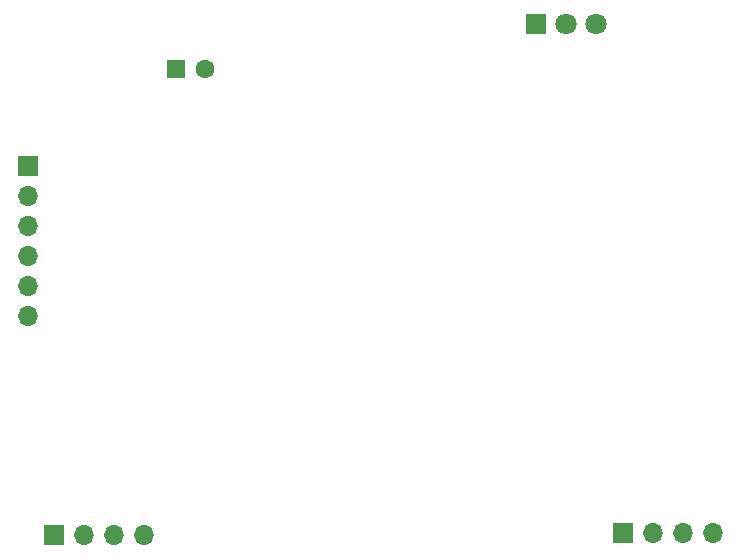
<source format=gbr>
%TF.GenerationSoftware,KiCad,Pcbnew,5.1.9+dfsg1-1*%
%TF.CreationDate,2021-05-25T15:42:46+02:00*%
%TF.ProjectId,vscp-din-wireless-esp32,76736370-2d64-4696-9e2d-776972656c65,rev?*%
%TF.SameCoordinates,Original*%
%TF.FileFunction,Soldermask,Bot*%
%TF.FilePolarity,Negative*%
%FSLAX46Y46*%
G04 Gerber Fmt 4.6, Leading zero omitted, Abs format (unit mm)*
G04 Created by KiCad (PCBNEW 5.1.9+dfsg1-1) date 2021-05-25 15:42:46*
%MOMM*%
%LPD*%
G01*
G04 APERTURE LIST*
%ADD10C,1.800000*%
%ADD11R,1.800000X1.800000*%
%ADD12C,1.600000*%
%ADD13R,1.600000X1.600000*%
%ADD14O,1.700000X1.700000*%
%ADD15R,1.700000X1.700000*%
G04 APERTURE END LIST*
D10*
%TO.C,D1*%
X166116000Y-54356000D03*
X163576000Y-54356000D03*
D11*
X161036000Y-54356000D03*
%TD*%
D12*
%TO.C,C2*%
X133056000Y-58166000D03*
D13*
X130556000Y-58166000D03*
%TD*%
D14*
%TO.C,J1*%
X127820000Y-97600000D03*
X125280000Y-97600000D03*
X122740000Y-97600000D03*
D15*
X120200000Y-97600000D03*
%TD*%
D14*
%TO.C,J2*%
X176000000Y-97500000D03*
X173460000Y-97500000D03*
X170920000Y-97500000D03*
D15*
X168380000Y-97500000D03*
%TD*%
D14*
%TO.C,J3*%
X118010600Y-79095000D03*
X118010600Y-76555000D03*
X118010600Y-74015000D03*
X118010600Y-71475000D03*
X118010600Y-68935000D03*
D15*
X118010600Y-66395000D03*
%TD*%
M02*

</source>
